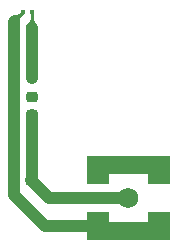
<source format=gtl>
G04 #@! TF.GenerationSoftware,KiCad,Pcbnew,(6.0.11)*
G04 #@! TF.CreationDate,2023-07-14T11:52:06+02:00*
G04 #@! TF.ProjectId,quakesr_large01,7175616b-6573-4725-9f6c-617267653031,rev?*
G04 #@! TF.SameCoordinates,Original*
G04 #@! TF.FileFunction,Copper,L1,Top*
G04 #@! TF.FilePolarity,Positive*
%FSLAX46Y46*%
G04 Gerber Fmt 4.6, Leading zero omitted, Abs format (unit mm)*
G04 Created by KiCad (PCBNEW (6.0.11)) date 2023-07-14 11:52:06*
%MOMM*%
%LPD*%
G01*
G04 APERTURE LIST*
G04 Aperture macros list*
%AMRoundRect*
0 Rectangle with rounded corners*
0 $1 Rounding radius*
0 $2 $3 $4 $5 $6 $7 $8 $9 X,Y pos of 4 corners*
0 Add a 4 corners polygon primitive as box body*
4,1,4,$2,$3,$4,$5,$6,$7,$8,$9,$2,$3,0*
0 Add four circle primitives for the rounded corners*
1,1,$1+$1,$2,$3*
1,1,$1+$1,$4,$5*
1,1,$1+$1,$6,$7*
1,1,$1+$1,$8,$9*
0 Add four rect primitives between the rounded corners*
20,1,$1+$1,$2,$3,$4,$5,0*
20,1,$1+$1,$4,$5,$6,$7,0*
20,1,$1+$1,$6,$7,$8,$9,0*
20,1,$1+$1,$8,$9,$2,$3,0*%
G04 Aperture macros list end*
G04 #@! TA.AperFunction,SMDPad,CuDef*
%ADD10RoundRect,0.225000X0.225000X0.250000X-0.225000X0.250000X-0.225000X-0.250000X0.225000X-0.250000X0*%
G04 #@! TD*
G04 #@! TA.AperFunction,SMDPad,CuDef*
%ADD11RoundRect,0.865000X0.000000X0.000000X0.000000X0.000000X0.000000X0.000000X0.000000X0.000000X0*%
G04 #@! TD*
G04 #@! TA.AperFunction,SMDPad,CuDef*
%ADD12R,1.900000X2.350000*%
G04 #@! TD*
G04 #@! TA.AperFunction,SMDPad,CuDef*
%ADD13R,3.400000X1.500000*%
G04 #@! TD*
G04 #@! TA.AperFunction,ComponentPad*
%ADD14C,0.400000*%
G04 #@! TD*
G04 #@! TA.AperFunction,SMDPad,CuDef*
%ADD15RoundRect,0.218750X0.256250X-0.218750X0.256250X0.218750X-0.256250X0.218750X-0.256250X-0.218750X0*%
G04 #@! TD*
G04 #@! TA.AperFunction,SMDPad,CuDef*
%ADD16RoundRect,0.218750X-0.218750X-0.256250X0.218750X-0.256250X0.218750X0.256250X-0.218750X0.256250X0*%
G04 #@! TD*
G04 #@! TA.AperFunction,Conductor*
%ADD17C,1.000000*%
G04 #@! TD*
G04 #@! TA.AperFunction,Conductor*
%ADD18C,0.250000*%
G04 #@! TD*
G04 APERTURE END LIST*
D10*
G04 #@! TO.P,C4,1,1*
G04 #@! TO.N,Net-(C3-Pad1)*
X145475000Y-110700000D03*
G04 #@! TO.P,C4,2,2*
G04 #@! TO.N,GND*
X143925000Y-110700000D03*
G04 #@! TD*
G04 #@! TO.P,C2,1,1*
G04 #@! TO.N,Net-(C1-Pad1)*
X145425000Y-117800000D03*
G04 #@! TO.P,C2,2,2*
G04 #@! TO.N,GND*
X143875000Y-117800000D03*
G04 #@! TD*
G04 #@! TO.P,C3,1,1*
G04 #@! TO.N,Net-(C3-Pad1)*
X145450000Y-108900000D03*
G04 #@! TO.P,C3,2,2*
G04 #@! TO.N,GND*
X143900000Y-108900000D03*
G04 #@! TD*
G04 #@! TO.P,C1,1,1*
G04 #@! TO.N,Net-(C1-Pad1)*
X145450000Y-116075000D03*
G04 #@! TO.P,C1,2,2*
G04 #@! TO.N,GND*
X143900000Y-116075000D03*
G04 #@! TD*
D11*
G04 #@! TO.P,X1,1,1*
G04 #@! TO.N,Net-(C1-Pad1)*
X153600000Y-121000000D03*
D12*
G04 #@! TO.P,X1,2@1,2*
G04 #@! TO.N,GND*
X151000000Y-123375000D03*
G04 #@! TO.P,X1,2@2,2*
X156200000Y-123375000D03*
G04 #@! TO.P,X1,2@3,2*
X156200000Y-118625000D03*
G04 #@! TO.P,X1,2@4,2*
X151000000Y-118625000D03*
D13*
G04 #@! TO.P,X1,2@5,2*
X153600000Y-123800000D03*
G04 #@! TO.P,X1,2@6,2*
X153600000Y-118200000D03*
G04 #@! TD*
D14*
G04 #@! TO.P,L4,P$2,2*
G04 #@! TO.N,GND*
X144702000Y-105250000D03*
G04 #@! TO.P,L4,P$1,1*
G04 #@! TO.N,Net-(C3-Pad1)*
X145464000Y-105250000D03*
G04 #@! TD*
D15*
G04 #@! TO.P,L2,1*
G04 #@! TO.N,Net-(C1-Pad1)*
X145450000Y-113975000D03*
G04 #@! TO.P,L2,2*
G04 #@! TO.N,Net-(C3-Pad1)*
X145450000Y-112400000D03*
G04 #@! TD*
D16*
G04 #@! TO.P,L1,1,1*
G04 #@! TO.N,GND*
X143825000Y-119500000D03*
G04 #@! TO.P,L1,2,2*
G04 #@! TO.N,Net-(C1-Pad1)*
X145400000Y-119500000D03*
G04 #@! TD*
D17*
G04 #@! TO.N,GND*
X143900000Y-116075000D02*
X143900000Y-120700000D01*
X146575000Y-123375000D02*
X151000000Y-123375000D01*
X143900000Y-120700000D02*
X146575000Y-123375000D01*
G04 #@! TO.N,Net-(C1-Pad1)*
X153600000Y-121000000D02*
X146900000Y-121000000D01*
X146900000Y-121000000D02*
X145400000Y-119500000D01*
G04 #@! TO.N,GND*
X143900000Y-116075000D02*
X143900000Y-109000000D01*
D18*
X143900000Y-109000000D02*
X143950000Y-108950000D01*
X143800000Y-116175000D02*
X143900000Y-116075000D01*
D17*
G04 #@! TO.N,Net-(C1-Pad1)*
X145450000Y-113975000D02*
X145450000Y-119450000D01*
D18*
X145450000Y-119450000D02*
X145400000Y-119500000D01*
G04 #@! TO.N,Net-(C3-Pad1)*
X145464000Y-105250000D02*
X145464000Y-106536000D01*
X145464000Y-106536000D02*
X145450000Y-106550000D01*
G04 #@! TO.N,GND*
X144702000Y-105250000D02*
X144000000Y-105952000D01*
X144000000Y-105952000D02*
X144000000Y-106000000D01*
D17*
X143950000Y-109550000D02*
X143950000Y-108950000D01*
X143950000Y-109550000D02*
X143950000Y-106050000D01*
G04 #@! TO.N,Net-(C3-Pad1)*
X145450000Y-108900000D02*
X145450000Y-106550000D01*
D18*
G04 #@! TO.N,GND*
X143950000Y-108950000D02*
X143900000Y-108900000D01*
D17*
G04 #@! TO.N,Net-(C3-Pad1)*
X145450000Y-110825000D02*
X145450000Y-108900000D01*
G04 #@! TD*
G04 #@! TA.AperFunction,Conductor*
G04 #@! TO.N,GND*
G36*
X144722622Y-105254427D02*
G01*
X144723477Y-105255381D01*
X144746428Y-105284005D01*
X144749000Y-105291324D01*
X144749000Y-105374929D01*
X144745573Y-105383202D01*
X144701802Y-105426973D01*
X144637018Y-105493078D01*
X144636968Y-105493133D01*
X144636945Y-105493157D01*
X144584513Y-105550600D01*
X144584382Y-105550744D01*
X144584271Y-105550883D01*
X144584262Y-105550893D01*
X144560990Y-105579924D01*
X144542638Y-105602818D01*
X144542485Y-105603053D01*
X144542480Y-105603060D01*
X144512334Y-105649377D01*
X144510531Y-105652148D01*
X144486807Y-105701582D01*
X144470210Y-105753969D01*
X144459485Y-105812156D01*
X144453379Y-105878991D01*
X144453373Y-105879151D01*
X144453373Y-105879157D01*
X144450636Y-105957282D01*
X144450635Y-105957362D01*
X144450000Y-106050000D01*
X144450000Y-106116699D01*
X144446573Y-106124972D01*
X144442165Y-106127742D01*
X144173491Y-106221778D01*
X143958552Y-106297007D01*
X143949611Y-106296506D01*
X143944962Y-106292469D01*
X143827389Y-106116699D01*
X143598422Y-105774399D01*
X143596447Y-105767895D01*
X143596447Y-105701772D01*
X143600463Y-105692949D01*
X143700413Y-105605894D01*
X143701922Y-105604779D01*
X143705079Y-105602818D01*
X143728258Y-105588416D01*
X143797072Y-105545662D01*
X143798849Y-105544758D01*
X143859181Y-105520285D01*
X143888029Y-105508583D01*
X143889633Y-105508065D01*
X143917980Y-105501104D01*
X143975287Y-105487032D01*
X143976229Y-105486841D01*
X144060736Y-105473322D01*
X144145465Y-105459769D01*
X144145715Y-105459729D01*
X144145956Y-105459670D01*
X144145965Y-105459668D01*
X144232253Y-105438478D01*
X144232257Y-105438477D01*
X144232663Y-105438377D01*
X144323551Y-105401510D01*
X144420349Y-105341370D01*
X144423066Y-105339004D01*
X144520803Y-105253877D01*
X144528487Y-105251000D01*
X144714349Y-105251000D01*
X144722622Y-105254427D01*
G37*
G04 #@! TD.AperFunction*
G04 #@! TA.AperFunction,Conductor*
G36*
X144621594Y-105168368D02*
G01*
X144696181Y-105228172D01*
X144700492Y-105236021D01*
X144697990Y-105244619D01*
X144690141Y-105248930D01*
X144688862Y-105249000D01*
X144554471Y-105249000D01*
X144546198Y-105245573D01*
X144542771Y-105237300D01*
X144546198Y-105229027D01*
X144606002Y-105169223D01*
X144614275Y-105165796D01*
X144621594Y-105168368D01*
G37*
G04 #@! TD.AperFunction*
G04 #@! TD*
G04 #@! TA.AperFunction,Conductor*
G04 #@! TO.N,Net-(C3-Pad1)*
G36*
X145938766Y-106442837D02*
G01*
X145942085Y-106450115D01*
X145949963Y-106549533D01*
X145950000Y-106550457D01*
X145950000Y-106616699D01*
X145946573Y-106624972D01*
X145942165Y-106627742D01*
X145453865Y-106798647D01*
X145446135Y-106798647D01*
X145441341Y-106796970D01*
X145432712Y-106793949D01*
X145426037Y-106787983D01*
X145425535Y-106779042D01*
X145431959Y-106772157D01*
X145521809Y-106733554D01*
X145521811Y-106733553D01*
X145522202Y-106733385D01*
X145522563Y-106733162D01*
X145522568Y-106733159D01*
X145732604Y-106603185D01*
X145732609Y-106603181D01*
X145732978Y-106602953D01*
X145807758Y-106539647D01*
X145921830Y-106443079D01*
X145921835Y-106443074D01*
X145922160Y-106442799D01*
X145922268Y-106442675D01*
X145930523Y-106439339D01*
X145938766Y-106442837D01*
G37*
G04 #@! TD.AperFunction*
G04 #@! TA.AperFunction,Conductor*
G36*
X145578579Y-105542355D02*
G01*
X145586428Y-105546666D01*
X145589000Y-105553985D01*
X145589000Y-105668501D01*
X145599108Y-105796058D01*
X145626544Y-105897344D01*
X145666976Y-105978926D01*
X145716072Y-106047372D01*
X145716241Y-106047568D01*
X145716242Y-106047569D01*
X145822586Y-106170732D01*
X145823237Y-106171559D01*
X145871033Y-106238193D01*
X145871468Y-106238800D01*
X145872444Y-106240424D01*
X145911946Y-106320129D01*
X145912756Y-106322265D01*
X145936191Y-106408778D01*
X145935046Y-106417659D01*
X145933703Y-106419539D01*
X145918052Y-106437386D01*
X145916823Y-106438594D01*
X145729716Y-106596991D01*
X145728313Y-106598010D01*
X145519860Y-106727005D01*
X145518322Y-106727806D01*
X145453642Y-106755595D01*
X145399235Y-106778970D01*
X145390752Y-106779263D01*
X144957835Y-106627742D01*
X144951158Y-106621775D01*
X144950000Y-106616699D01*
X144950000Y-106550490D01*
X144950042Y-106549504D01*
X144950876Y-106539647D01*
X144960794Y-106422419D01*
X144961216Y-106420142D01*
X144964521Y-106408778D01*
X144978059Y-106362214D01*
X144990115Y-106320751D01*
X144991035Y-106318496D01*
X145033552Y-106239075D01*
X145034640Y-106237403D01*
X145086592Y-106170770D01*
X145087304Y-106169940D01*
X145201886Y-106048359D01*
X145201892Y-106048352D01*
X145202072Y-106048161D01*
X145254975Y-105980307D01*
X145255508Y-105979313D01*
X145273314Y-105946051D01*
X145298544Y-105898923D01*
X145298853Y-105897862D01*
X145327946Y-105797799D01*
X145328108Y-105797242D01*
X145339000Y-105668501D01*
X145339000Y-105553985D01*
X145342427Y-105545712D01*
X145349421Y-105542355D01*
X145462721Y-105529892D01*
X145465279Y-105529892D01*
X145578579Y-105542355D01*
G37*
G04 #@! TD.AperFunction*
G04 #@! TD*
M02*

</source>
